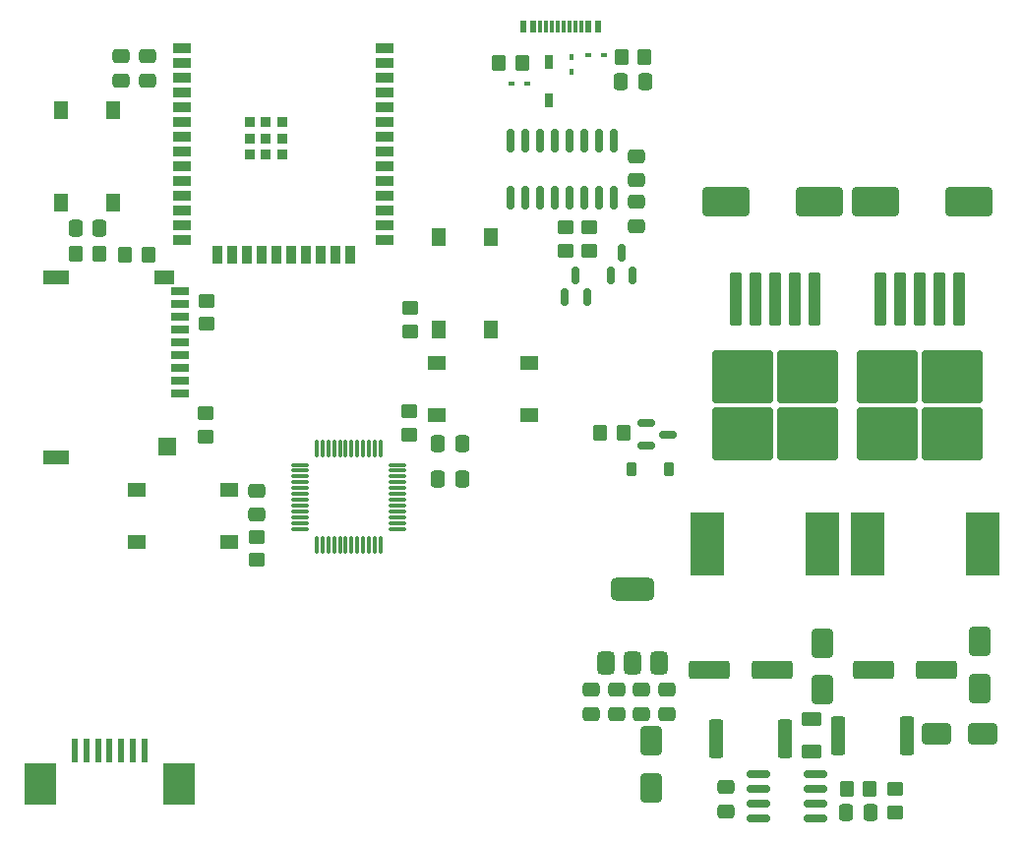
<source format=gbr>
%TF.GenerationSoftware,KiCad,Pcbnew,8.0.2*%
%TF.CreationDate,2025-04-18T13:43:38+02:00*%
%TF.ProjectId,Mini-me-pcb,4d696e69-2d6d-4652-9d70-63622e6b6963,rev?*%
%TF.SameCoordinates,Original*%
%TF.FileFunction,Paste,Top*%
%TF.FilePolarity,Positive*%
%FSLAX46Y46*%
G04 Gerber Fmt 4.6, Leading zero omitted, Abs format (unit mm)*
G04 Created by KiCad (PCBNEW 8.0.2) date 2025-04-18 13:43:38*
%MOMM*%
%LPD*%
G01*
G04 APERTURE LIST*
G04 Aperture macros list*
%AMRoundRect*
0 Rectangle with rounded corners*
0 $1 Rounding radius*
0 $2 $3 $4 $5 $6 $7 $8 $9 X,Y pos of 4 corners*
0 Add a 4 corners polygon primitive as box body*
4,1,4,$2,$3,$4,$5,$6,$7,$8,$9,$2,$3,0*
0 Add four circle primitives for the rounded corners*
1,1,$1+$1,$2,$3*
1,1,$1+$1,$4,$5*
1,1,$1+$1,$6,$7*
1,1,$1+$1,$8,$9*
0 Add four rect primitives between the rounded corners*
20,1,$1+$1,$2,$3,$4,$5,0*
20,1,$1+$1,$4,$5,$6,$7,0*
20,1,$1+$1,$6,$7,$8,$9,0*
20,1,$1+$1,$8,$9,$2,$3,0*%
G04 Aperture macros list end*
%ADD10RoundRect,0.250000X-0.475000X0.337500X-0.475000X-0.337500X0.475000X-0.337500X0.475000X0.337500X0*%
%ADD11RoundRect,0.250000X-0.337500X-0.475000X0.337500X-0.475000X0.337500X0.475000X-0.337500X0.475000X0*%
%ADD12R,1.500000X0.900000*%
%ADD13R,0.900000X1.500000*%
%ADD14R,0.900000X0.900000*%
%ADD15RoundRect,0.250000X-0.300000X2.050000X-0.300000X-2.050000X0.300000X-2.050000X0.300000X2.050000X0*%
%ADD16RoundRect,0.250000X-2.375000X2.025000X-2.375000X-2.025000X2.375000X-2.025000X2.375000X2.025000X0*%
%ADD17RoundRect,0.250000X-0.350000X-0.450000X0.350000X-0.450000X0.350000X0.450000X-0.350000X0.450000X0*%
%ADD18RoundRect,0.250000X-0.650000X1.000000X-0.650000X-1.000000X0.650000X-1.000000X0.650000X1.000000X0*%
%ADD19RoundRect,0.150000X0.150000X-0.587500X0.150000X0.587500X-0.150000X0.587500X-0.150000X-0.587500X0*%
%ADD20RoundRect,0.250000X-0.450000X0.350000X-0.450000X-0.350000X0.450000X-0.350000X0.450000X0.350000X0*%
%ADD21RoundRect,0.250000X0.475000X-0.337500X0.475000X0.337500X-0.475000X0.337500X-0.475000X-0.337500X0*%
%ADD22RoundRect,0.250000X-0.362500X-1.425000X0.362500X-1.425000X0.362500X1.425000X-0.362500X1.425000X0*%
%ADD23RoundRect,0.150000X-0.150000X0.825000X-0.150000X-0.825000X0.150000X-0.825000X0.150000X0.825000X0*%
%ADD24RoundRect,0.250000X-1.750000X-1.000000X1.750000X-1.000000X1.750000X1.000000X-1.750000X1.000000X0*%
%ADD25RoundRect,0.250000X0.350000X0.450000X-0.350000X0.450000X-0.350000X-0.450000X0.350000X-0.450000X0*%
%ADD26RoundRect,0.150000X-0.825000X-0.150000X0.825000X-0.150000X0.825000X0.150000X-0.825000X0.150000X0*%
%ADD27R,0.610000X2.000000*%
%ADD28R,2.680000X3.600000*%
%ADD29R,2.900000X5.400000*%
%ADD30R,0.480000X0.400000*%
%ADD31RoundRect,0.250000X0.337500X0.475000X-0.337500X0.475000X-0.337500X-0.475000X0.337500X-0.475000X0*%
%ADD32RoundRect,0.250000X-1.500000X-0.550000X1.500000X-0.550000X1.500000X0.550000X-1.500000X0.550000X0*%
%ADD33RoundRect,0.250000X-0.625000X0.375000X-0.625000X-0.375000X0.625000X-0.375000X0.625000X0.375000X0*%
%ADD34R,0.730000X1.210000*%
%ADD35RoundRect,0.375000X0.375000X-0.625000X0.375000X0.625000X-0.375000X0.625000X-0.375000X-0.625000X0*%
%ADD36RoundRect,0.500000X1.400000X-0.500000X1.400000X0.500000X-1.400000X0.500000X-1.400000X-0.500000X0*%
%ADD37RoundRect,0.250000X-1.000000X-0.650000X1.000000X-0.650000X1.000000X0.650000X-1.000000X0.650000X0*%
%ADD38R,1.550000X1.300000*%
%ADD39R,1.600000X0.700000*%
%ADD40R,1.800000X1.200000*%
%ADD41R,1.500000X1.600000*%
%ADD42R,2.200000X1.200000*%
%ADD43RoundRect,0.250000X0.650000X-1.000000X0.650000X1.000000X-0.650000X1.000000X-0.650000X-1.000000X0*%
%ADD44R,1.300000X1.550000*%
%ADD45R,0.600000X1.140000*%
%ADD46R,0.300000X1.140000*%
%ADD47RoundRect,0.250000X1.750000X1.000000X-1.750000X1.000000X-1.750000X-1.000000X1.750000X-1.000000X0*%
%ADD48RoundRect,0.225000X-0.225000X-0.375000X0.225000X-0.375000X0.225000X0.375000X-0.225000X0.375000X0*%
%ADD49RoundRect,0.075000X-0.662500X-0.075000X0.662500X-0.075000X0.662500X0.075000X-0.662500X0.075000X0*%
%ADD50RoundRect,0.075000X-0.075000X-0.662500X0.075000X-0.662500X0.075000X0.662500X-0.075000X0.662500X0*%
%ADD51RoundRect,0.250000X0.450000X-0.350000X0.450000X0.350000X-0.450000X0.350000X-0.450000X-0.350000X0*%
%ADD52RoundRect,0.250000X0.362500X1.425000X-0.362500X1.425000X-0.362500X-1.425000X0.362500X-1.425000X0*%
%ADD53R,0.400000X0.480000*%
%ADD54RoundRect,0.150000X-0.587500X-0.150000X0.587500X-0.150000X0.587500X0.150000X-0.587500X0.150000X0*%
G04 APERTURE END LIST*
D10*
%TO.C,C1*%
X176413000Y-51452500D03*
X176413000Y-53527500D03*
%TD*%
D11*
%TO.C,C19*%
X159315500Y-79231000D03*
X161390500Y-79231000D03*
%TD*%
D12*
%TO.C,IC1*%
X137273000Y-42191000D03*
X137273000Y-43461000D03*
X137273000Y-44731000D03*
X137273000Y-46001000D03*
X137273000Y-47271000D03*
X137273000Y-48541000D03*
X137273000Y-49811000D03*
X137273000Y-51081000D03*
X137273000Y-52351000D03*
X137273000Y-53621000D03*
X137273000Y-54891000D03*
X137273000Y-56161000D03*
X137273000Y-57431000D03*
X137273000Y-58701000D03*
D13*
X140308000Y-59951000D03*
X141578000Y-59951000D03*
X142848000Y-59951000D03*
X144118000Y-59951000D03*
X145388000Y-59951000D03*
X146658000Y-59951000D03*
X147928000Y-59951000D03*
X149198000Y-59951000D03*
X150468000Y-59951000D03*
X151738000Y-59951000D03*
D12*
X154773000Y-58701000D03*
X154773000Y-57431000D03*
X154773000Y-56161000D03*
X154773000Y-54891000D03*
X154773000Y-53621000D03*
X154773000Y-52351000D03*
X154773000Y-51081000D03*
X154773000Y-49811000D03*
X154773000Y-48541000D03*
X154773000Y-47271000D03*
X154773000Y-46001000D03*
X154773000Y-44731000D03*
X154773000Y-43461000D03*
X154773000Y-42191000D03*
D14*
X143123000Y-48511000D03*
X143123000Y-49911000D03*
X143123000Y-51311000D03*
X144523000Y-51311000D03*
X145923000Y-51311000D03*
X145923000Y-49911000D03*
X145923000Y-48511000D03*
X144523000Y-48511000D03*
X144523000Y-49911000D03*
%TD*%
D10*
%TO.C,C5*%
X184088000Y-105769500D03*
X184088000Y-107844500D03*
%TD*%
%TO.C,C9*%
X176841000Y-97362500D03*
X176841000Y-99437500D03*
%TD*%
D15*
%TO.C,U4*%
X204201000Y-63754000D03*
X202501000Y-63754000D03*
X200801000Y-63754000D03*
D16*
X203576000Y-70479000D03*
X198026000Y-70479000D03*
X203576000Y-75329000D03*
X198026000Y-75329000D03*
D15*
X199101000Y-63754000D03*
X197401000Y-63754000D03*
%TD*%
D17*
%TO.C,R2*%
X128159000Y-59817000D03*
X130159000Y-59817000D03*
%TD*%
D18*
%TO.C,D6*%
X192390000Y-93377000D03*
X192390000Y-97377000D03*
%TD*%
D19*
%TO.C,Q2*%
X174193000Y-61682500D03*
X176093000Y-61682500D03*
X175143000Y-59807500D03*
%TD*%
D20*
%TO.C,R6*%
X172349000Y-57586000D03*
X172349000Y-59586000D03*
%TD*%
D17*
%TO.C,R1*%
X175121000Y-42914500D03*
X177121000Y-42914500D03*
%TD*%
D21*
%TO.C,C13*%
X132067000Y-44926500D03*
X132067000Y-42851500D03*
%TD*%
D10*
%TO.C,C4*%
X176413000Y-55389500D03*
X176413000Y-57464500D03*
%TD*%
D22*
%TO.C,R15*%
X183237500Y-101600000D03*
X189162500Y-101600000D03*
%TD*%
D23*
%TO.C,U1*%
X174498000Y-50103000D03*
X173228000Y-50103000D03*
X171958000Y-50103000D03*
X170688000Y-50103000D03*
X169418000Y-50103000D03*
X168148000Y-50103000D03*
X166878000Y-50103000D03*
X165608000Y-50103000D03*
X165608000Y-55053000D03*
X166878000Y-55053000D03*
X168148000Y-55053000D03*
X169418000Y-55053000D03*
X170688000Y-55053000D03*
X171958000Y-55053000D03*
X173228000Y-55053000D03*
X174498000Y-55053000D03*
%TD*%
D24*
%TO.C,C11*%
X197026000Y-55372000D03*
X205026000Y-55372000D03*
%TD*%
D25*
%TO.C,R4*%
X166580000Y-43422500D03*
X164580000Y-43422500D03*
%TD*%
D26*
%TO.C,U2*%
X186882000Y-104648000D03*
X186882000Y-105918000D03*
X186882000Y-107188000D03*
X186882000Y-108458000D03*
X191832000Y-108458000D03*
X191832000Y-107188000D03*
X191832000Y-105918000D03*
X191832000Y-104648000D03*
%TD*%
D27*
%TO.C,J11*%
X128064000Y-102649000D03*
X129064000Y-102649000D03*
X130064000Y-102649000D03*
X131064000Y-102649000D03*
X132064000Y-102649000D03*
X133064000Y-102649000D03*
X134064000Y-102649000D03*
D28*
X125074000Y-105449000D03*
X137054000Y-105449000D03*
%TD*%
D21*
%TO.C,C3*%
X143764000Y-82317500D03*
X143764000Y-80242500D03*
%TD*%
D10*
%TO.C,C15*%
X174682000Y-97362500D03*
X174682000Y-99437500D03*
%TD*%
D29*
%TO.C,L1*%
X206230000Y-84836000D03*
X196330000Y-84836000D03*
%TD*%
D30*
%TO.C,D2*%
X165682000Y-45200500D03*
X167002000Y-45200500D03*
%TD*%
D11*
%TO.C,C7*%
X175083500Y-45073500D03*
X177158500Y-45073500D03*
%TD*%
D29*
%TO.C,L2*%
X192387000Y-84836000D03*
X182487000Y-84836000D03*
%TD*%
D11*
%TO.C,C6*%
X194480500Y-107950000D03*
X196555500Y-107950000D03*
%TD*%
D31*
%TO.C,C2*%
X130196500Y-57658000D03*
X128121500Y-57658000D03*
%TD*%
D21*
%TO.C,C10*%
X134353000Y-44926500D03*
X134353000Y-42851500D03*
%TD*%
D18*
%TO.C,D5*%
X205979000Y-93250000D03*
X205979000Y-97250000D03*
%TD*%
D32*
%TO.C,C17*%
X182672000Y-95631000D03*
X188072000Y-95631000D03*
%TD*%
D33*
%TO.C,F1*%
X191500000Y-99900000D03*
X191500000Y-102700000D03*
%TD*%
D34*
%TO.C,D1*%
X168882000Y-43327500D03*
X168882000Y-46687500D03*
%TD*%
D20*
%TO.C,R5*%
X170317000Y-57586000D03*
X170317000Y-59586000D03*
%TD*%
D35*
%TO.C,U3*%
X173800000Y-95050000D03*
X176100000Y-95050000D03*
X178400000Y-95050000D03*
D36*
X176100000Y-88750000D03*
%TD*%
D37*
%TO.C,D9*%
X202200000Y-101200000D03*
X206200000Y-101200000D03*
%TD*%
D30*
%TO.C,D3*%
X173606000Y-42787500D03*
X172286000Y-42787500D03*
%TD*%
D11*
%TO.C,C18*%
X159315500Y-76221000D03*
X161390500Y-76221000D03*
%TD*%
D38*
%TO.C,SW2*%
X133434000Y-80173000D03*
X141394000Y-80173000D03*
X133434000Y-84673000D03*
X141394000Y-84673000D03*
%TD*%
D39*
%TO.C,J18*%
X137100000Y-71850000D03*
X137100000Y-70750000D03*
X137100000Y-69650000D03*
X137100000Y-68550000D03*
X137100000Y-67450000D03*
X137100000Y-66350000D03*
X137100000Y-65250000D03*
X137100000Y-64150000D03*
X137100000Y-63050000D03*
D40*
X135800000Y-61850000D03*
D41*
X136050000Y-76450000D03*
D42*
X126500000Y-61850000D03*
X126500000Y-77350000D03*
%TD*%
D38*
%TO.C,SW3*%
X159215000Y-69251000D03*
X167175000Y-69251000D03*
X159215000Y-73751000D03*
X167175000Y-73751000D03*
%TD*%
D43*
%TO.C,D7*%
X177700000Y-105800000D03*
X177700000Y-101800000D03*
%TD*%
D10*
%TO.C,C8*%
X179000000Y-97362500D03*
X179000000Y-99437500D03*
%TD*%
D44*
%TO.C,SW5*%
X163921000Y-58377000D03*
X163921000Y-66337000D03*
X159421000Y-58377000D03*
X159421000Y-66337000D03*
%TD*%
D45*
%TO.C,J1*%
X173098000Y-40298500D03*
X172298000Y-40298500D03*
D46*
X171148000Y-40298500D03*
X170148000Y-40298500D03*
X169648000Y-40298500D03*
X168648000Y-40298500D03*
D45*
X166698000Y-40298500D03*
X167498000Y-40298500D03*
D46*
X168148000Y-40298500D03*
X169148000Y-40298500D03*
X170648000Y-40298500D03*
X171648000Y-40298500D03*
%TD*%
D47*
%TO.C,C12*%
X192122500Y-55372000D03*
X184122500Y-55372000D03*
%TD*%
D20*
%TO.C,R9*%
X156972000Y-64532000D03*
X156972000Y-66532000D03*
%TD*%
%TO.C,R8*%
X198693000Y-105934000D03*
X198693000Y-107934000D03*
%TD*%
D48*
%TO.C,D8*%
X175950000Y-78400000D03*
X179250000Y-78400000D03*
%TD*%
D10*
%TO.C,C14*%
X172523000Y-97362500D03*
X172523000Y-99437500D03*
%TD*%
D19*
%TO.C,Q1*%
X170256000Y-63587500D03*
X172156000Y-63587500D03*
X171206000Y-61712500D03*
%TD*%
D49*
%TO.C,U6*%
X147475500Y-78022000D03*
X147475500Y-78522000D03*
X147475500Y-79022000D03*
X147475500Y-79522000D03*
X147475500Y-80022000D03*
X147475500Y-80522000D03*
X147475500Y-81022000D03*
X147475500Y-81522000D03*
X147475500Y-82022000D03*
X147475500Y-82522000D03*
X147475500Y-83022000D03*
X147475500Y-83522000D03*
D50*
X148888000Y-84934500D03*
X149388000Y-84934500D03*
X149888000Y-84934500D03*
X150388000Y-84934500D03*
X150888000Y-84934500D03*
X151388000Y-84934500D03*
X151888000Y-84934500D03*
X152388000Y-84934500D03*
X152888000Y-84934500D03*
X153388000Y-84934500D03*
X153888000Y-84934500D03*
X154388000Y-84934500D03*
D49*
X155800500Y-83522000D03*
X155800500Y-83022000D03*
X155800500Y-82522000D03*
X155800500Y-82022000D03*
X155800500Y-81522000D03*
X155800500Y-81022000D03*
X155800500Y-80522000D03*
X155800500Y-80022000D03*
X155800500Y-79522000D03*
X155800500Y-79022000D03*
X155800500Y-78522000D03*
X155800500Y-78022000D03*
D50*
X154388000Y-76609500D03*
X153888000Y-76609500D03*
X153388000Y-76609500D03*
X152888000Y-76609500D03*
X152388000Y-76609500D03*
X151888000Y-76609500D03*
X151388000Y-76609500D03*
X150888000Y-76609500D03*
X150388000Y-76609500D03*
X149888000Y-76609500D03*
X149388000Y-76609500D03*
X148888000Y-76609500D03*
%TD*%
D44*
%TO.C,SW1*%
X126909000Y-55415000D03*
X126909000Y-47455000D03*
X131409000Y-55415000D03*
X131409000Y-47455000D03*
%TD*%
D51*
%TO.C,R18*%
X139300000Y-75600000D03*
X139300000Y-73600000D03*
%TD*%
D17*
%TO.C,R16*%
X173300000Y-75300000D03*
X175300000Y-75300000D03*
%TD*%
D32*
%TO.C,C16*%
X196802000Y-95631000D03*
X202202000Y-95631000D03*
%TD*%
D51*
%TO.C,R10*%
X156845000Y-75422000D03*
X156845000Y-73422000D03*
%TD*%
D52*
%TO.C,R14*%
X199662500Y-101300000D03*
X193737500Y-101300000D03*
%TD*%
D17*
%TO.C,R7*%
X194518000Y-105918000D03*
X196518000Y-105918000D03*
%TD*%
D53*
%TO.C,D4*%
X170787000Y-44209500D03*
X170787000Y-42889500D03*
%TD*%
D51*
%TO.C,R17*%
X139400000Y-65900000D03*
X139400000Y-63900000D03*
%TD*%
D15*
%TO.C,U5*%
X191755000Y-63754000D03*
X190055000Y-63754000D03*
X188355000Y-63754000D03*
D16*
X191130000Y-70479000D03*
X185580000Y-70479000D03*
X191130000Y-75329000D03*
X185580000Y-75329000D03*
D15*
X186655000Y-63754000D03*
X184955000Y-63754000D03*
%TD*%
D54*
%TO.C,Q3*%
X177262500Y-74450000D03*
X177262500Y-76350000D03*
X179137500Y-75400000D03*
%TD*%
D17*
%TO.C,R19*%
X132400000Y-59900000D03*
X134400000Y-59900000D03*
%TD*%
D51*
%TO.C,R3*%
X143764000Y-86217000D03*
X143764000Y-84217000D03*
%TD*%
M02*

</source>
